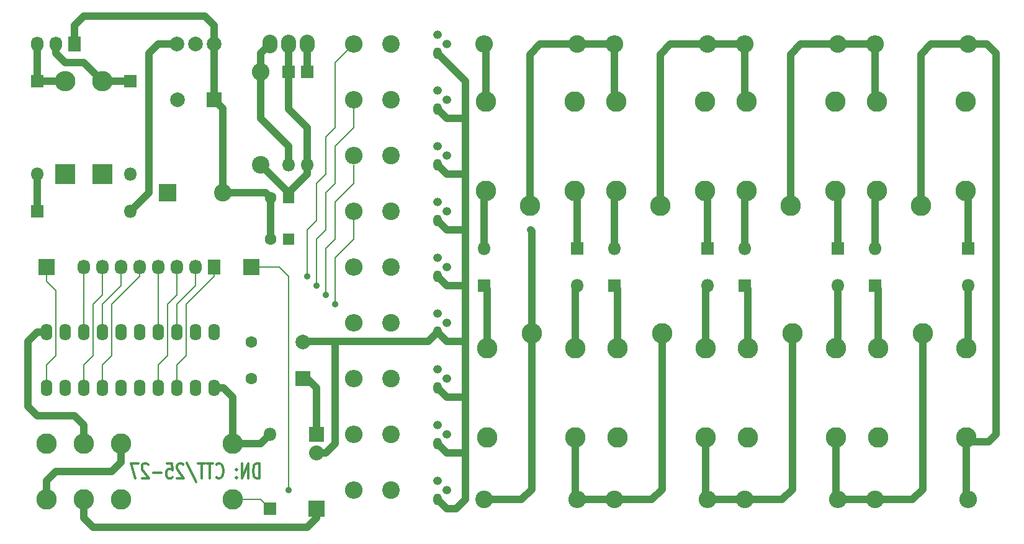
<source format=gbr>
G04 #@! TF.FileFunction,Copper,L2,Bot,Signal*
%FSLAX46Y46*%
G04 Gerber Fmt 4.6, Leading zero omitted, Abs format (unit mm)*
G04 Created by KiCad (PCBNEW 4.0.5+dfsg1-4+deb9u1) date Tue Sep 20 19:36:37 2022*
%MOMM*%
%LPD*%
G01*
G04 APERTURE LIST*
%ADD10C,0.100000*%
%ADD11C,0.304800*%
%ADD12R,1.800000X1.800000*%
%ADD13O,1.800000X1.800000*%
%ADD14R,2.800000X2.800000*%
%ADD15O,2.800000X2.800000*%
%ADD16R,2.235200X2.235200*%
%ADD17R,2.400000X2.400000*%
%ADD18C,2.400000*%
%ADD19R,1.600000X1.600000*%
%ADD20C,1.600000*%
%ADD21R,2.000000X2.000000*%
%ADD22C,2.000000*%
%ADD23O,2.032000X2.540000*%
%ADD24O,1.600000X2.300000*%
%ADD25C,1.998980*%
%ADD26C,2.800000*%
%ADD27O,1.200000X1.600000*%
%ADD28O,1.200000X1.200000*%
%ADD29O,2.400000X2.400000*%
%ADD30R,1.727200X2.032000*%
%ADD31O,1.727200X2.032000*%
%ADD32R,2.032000X2.032000*%
%ADD33O,2.032000X2.032000*%
%ADD34C,0.889000*%
%ADD35C,0.203200*%
%ADD36C,1.000760*%
G04 APERTURE END LIST*
D10*
D11*
X110308572Y-125379238D02*
X110308572Y-123347238D01*
X109945715Y-123347238D01*
X109728000Y-123444000D01*
X109582858Y-123637524D01*
X109510286Y-123831048D01*
X109437715Y-124218095D01*
X109437715Y-124508381D01*
X109510286Y-124895429D01*
X109582858Y-125088952D01*
X109728000Y-125282476D01*
X109945715Y-125379238D01*
X110308572Y-125379238D01*
X108784572Y-125379238D02*
X108784572Y-123347238D01*
X107913715Y-125379238D01*
X107913715Y-123347238D01*
X107188001Y-125185714D02*
X107115429Y-125282476D01*
X107188001Y-125379238D01*
X107260572Y-125282476D01*
X107188001Y-125185714D01*
X107188001Y-125379238D01*
X107188001Y-124121333D02*
X107115429Y-124218095D01*
X107188001Y-124314857D01*
X107260572Y-124218095D01*
X107188001Y-124121333D01*
X107188001Y-124314857D01*
X104430287Y-125185714D02*
X104502858Y-125282476D01*
X104720572Y-125379238D01*
X104865715Y-125379238D01*
X105083430Y-125282476D01*
X105228572Y-125088952D01*
X105301144Y-124895429D01*
X105373715Y-124508381D01*
X105373715Y-124218095D01*
X105301144Y-123831048D01*
X105228572Y-123637524D01*
X105083430Y-123444000D01*
X104865715Y-123347238D01*
X104720572Y-123347238D01*
X104502858Y-123444000D01*
X104430287Y-123540762D01*
X103994858Y-123347238D02*
X103124001Y-123347238D01*
X103559430Y-125379238D02*
X103559430Y-123347238D01*
X102833715Y-123347238D02*
X101962858Y-123347238D01*
X102398287Y-125379238D02*
X102398287Y-123347238D01*
X100366286Y-123250476D02*
X101672572Y-125863048D01*
X99930858Y-123540762D02*
X99858287Y-123444000D01*
X99713144Y-123347238D01*
X99350287Y-123347238D01*
X99205144Y-123444000D01*
X99132573Y-123540762D01*
X99060001Y-123734286D01*
X99060001Y-123927810D01*
X99132573Y-124218095D01*
X100003430Y-125379238D01*
X99060001Y-125379238D01*
X97681144Y-123347238D02*
X98406858Y-123347238D01*
X98479429Y-124314857D01*
X98406858Y-124218095D01*
X98261715Y-124121333D01*
X97898858Y-124121333D01*
X97753715Y-124218095D01*
X97681144Y-124314857D01*
X97608572Y-124508381D01*
X97608572Y-124992190D01*
X97681144Y-125185714D01*
X97753715Y-125282476D01*
X97898858Y-125379238D01*
X98261715Y-125379238D01*
X98406858Y-125282476D01*
X98479429Y-125185714D01*
X96955429Y-124605143D02*
X95794286Y-124605143D01*
X95141143Y-123540762D02*
X95068572Y-123444000D01*
X94923429Y-123347238D01*
X94560572Y-123347238D01*
X94415429Y-123444000D01*
X94342858Y-123540762D01*
X94270286Y-123734286D01*
X94270286Y-123927810D01*
X94342858Y-124218095D01*
X95213715Y-125379238D01*
X94270286Y-125379238D01*
X93762286Y-123347238D02*
X92746286Y-123347238D01*
X93399429Y-125379238D01*
D12*
X116840000Y-69850000D03*
D13*
X116840000Y-82550000D03*
D14*
X83820000Y-83820000D03*
D15*
X83820000Y-71120000D03*
D14*
X88900000Y-83820000D03*
D15*
X88900000Y-71120000D03*
D16*
X109220000Y-96520000D03*
D17*
X97790000Y-86360000D03*
D18*
X105290000Y-86360000D03*
D19*
X114300000Y-92710000D03*
D20*
X111800000Y-92710000D03*
D21*
X104140000Y-73660000D03*
D22*
X99140000Y-73660000D03*
D21*
X116205000Y-111760000D03*
D22*
X116205000Y-106760000D03*
D20*
X109220000Y-111760000D03*
X109220000Y-106760000D03*
D12*
X114300000Y-69850000D03*
D13*
X114300000Y-82550000D03*
D12*
X80010000Y-88900000D03*
D13*
X92710000Y-88900000D03*
D23*
X114300000Y-66040000D03*
X116840000Y-66040000D03*
X111760000Y-66040000D03*
D24*
X104140000Y-105410000D03*
X101600000Y-105410000D03*
X99060000Y-105410000D03*
X96520000Y-105410000D03*
X93980000Y-105410000D03*
X91440000Y-105410000D03*
X88900000Y-105410000D03*
X86360000Y-105410000D03*
X83820000Y-105410000D03*
X81280000Y-105410000D03*
X81280000Y-113030000D03*
X83820000Y-113030000D03*
X86360000Y-113030000D03*
X88900000Y-113030000D03*
X91440000Y-113030000D03*
X93980000Y-113030000D03*
X96520000Y-113030000D03*
X99060000Y-113030000D03*
X101600000Y-113030000D03*
X104140000Y-113030000D03*
D25*
X101600000Y-66040000D03*
X104140000Y-66040000D03*
X99060000Y-66040000D03*
D19*
X114300000Y-86995000D03*
D20*
X111800000Y-86995000D03*
D12*
X153670000Y-93980000D03*
D13*
X140970000Y-93980000D03*
D12*
X171450000Y-93980000D03*
D13*
X158750000Y-93980000D03*
D12*
X189230000Y-93980000D03*
D13*
X176530000Y-93980000D03*
D26*
X147193000Y-88138000D03*
X153289000Y-73914000D03*
X153289000Y-86106000D03*
X141224000Y-73914000D03*
X141224000Y-86106000D03*
X164973000Y-88138000D03*
X171069000Y-73914000D03*
X171069000Y-86106000D03*
X159004000Y-73914000D03*
X159004000Y-86106000D03*
X182753000Y-88138000D03*
X188849000Y-73914000D03*
X188849000Y-86106000D03*
X176784000Y-73914000D03*
X176784000Y-86106000D03*
D27*
X134620000Y-90170000D03*
D28*
X135890000Y-88900000D03*
X134620000Y-87630000D03*
D27*
X134620000Y-82550000D03*
D28*
X135890000Y-81280000D03*
X134620000Y-80010000D03*
D27*
X134620000Y-74930000D03*
D28*
X135890000Y-73660000D03*
X134620000Y-72390000D03*
D12*
X207010000Y-93980000D03*
D13*
X194310000Y-93980000D03*
D12*
X194310000Y-99060000D03*
D13*
X207010000Y-99060000D03*
D12*
X176530000Y-99060000D03*
D13*
X189230000Y-99060000D03*
D26*
X200533000Y-88138000D03*
X206629000Y-73914000D03*
X206629000Y-86106000D03*
X194564000Y-73914000D03*
X194564000Y-86106000D03*
X200787000Y-105537000D03*
X194691000Y-119761000D03*
X194691000Y-107569000D03*
X206756000Y-119761000D03*
X206756000Y-107569000D03*
X183007000Y-105537000D03*
X176911000Y-119761000D03*
X176911000Y-107569000D03*
X188976000Y-119761000D03*
X188976000Y-107569000D03*
D27*
X134620000Y-67310000D03*
D28*
X135890000Y-66040000D03*
X134620000Y-64770000D03*
D27*
X134620000Y-120650000D03*
D28*
X135890000Y-119380000D03*
X134620000Y-118110000D03*
D27*
X134620000Y-113030000D03*
D28*
X135890000Y-111760000D03*
X134620000Y-110490000D03*
D12*
X158750000Y-99060000D03*
D13*
X171450000Y-99060000D03*
D12*
X140970000Y-99060000D03*
D13*
X153670000Y-99060000D03*
D26*
X165227000Y-105537000D03*
X159131000Y-119761000D03*
X159131000Y-107569000D03*
X171196000Y-119761000D03*
X171196000Y-107569000D03*
X147447000Y-105537000D03*
X141351000Y-119761000D03*
X141351000Y-107569000D03*
X153416000Y-119761000D03*
X153416000Y-107569000D03*
D27*
X134620000Y-105410000D03*
D28*
X135890000Y-104140000D03*
X134620000Y-102870000D03*
D27*
X134620000Y-97790000D03*
D28*
X135890000Y-96520000D03*
X134620000Y-95250000D03*
D27*
X134620000Y-128270000D03*
D28*
X135890000Y-127000000D03*
X134620000Y-125730000D03*
D26*
X91440000Y-128270000D03*
X81280000Y-128270000D03*
X86360000Y-128270000D03*
X86360000Y-120650000D03*
X106680000Y-128270000D03*
X81280000Y-120650000D03*
X106680000Y-120650000D03*
X91440000Y-120650000D03*
D18*
X110490000Y-82550000D03*
D29*
X110490000Y-69850000D03*
D18*
X153670000Y-66040000D03*
D29*
X140970000Y-66040000D03*
D18*
X171450000Y-66040000D03*
D29*
X158750000Y-66040000D03*
D18*
X189230000Y-66040000D03*
D29*
X176530000Y-66040000D03*
D18*
X207010000Y-66040000D03*
D29*
X194310000Y-66040000D03*
D18*
X194310000Y-128270000D03*
D29*
X207010000Y-128270000D03*
D18*
X176530000Y-128270000D03*
D29*
X189230000Y-128270000D03*
D18*
X158750000Y-128270000D03*
D29*
X171450000Y-128270000D03*
D18*
X140970000Y-128270000D03*
D29*
X153670000Y-128270000D03*
D18*
X128270000Y-88900000D03*
D29*
X123190000Y-88900000D03*
D18*
X128270000Y-81280000D03*
D29*
X123190000Y-81280000D03*
D18*
X128270000Y-73660000D03*
D29*
X123190000Y-73660000D03*
D18*
X128270000Y-66040000D03*
D29*
X123190000Y-66040000D03*
D18*
X128270000Y-119380000D03*
D29*
X123190000Y-119380000D03*
D18*
X128270000Y-111760000D03*
D29*
X123190000Y-111760000D03*
D18*
X128270000Y-104140000D03*
D29*
X123190000Y-104140000D03*
D18*
X128270000Y-96520000D03*
D29*
X123190000Y-96520000D03*
D18*
X128270000Y-127000000D03*
D29*
X123190000Y-127000000D03*
D12*
X80010000Y-71120000D03*
D13*
X80010000Y-83820000D03*
D12*
X92710000Y-71120000D03*
D13*
X92710000Y-83820000D03*
D12*
X111760000Y-129540000D03*
D13*
X111760000Y-119380000D03*
D30*
X104140000Y-96520000D03*
D31*
X101600000Y-96520000D03*
X99060000Y-96520000D03*
X96520000Y-96520000D03*
X93980000Y-96520000D03*
X91440000Y-96520000D03*
X88900000Y-96520000D03*
X86360000Y-96520000D03*
D16*
X81280000Y-96520000D03*
X118110000Y-129540000D03*
D32*
X118110000Y-119380000D03*
D33*
X118110000Y-121920000D03*
D30*
X85090000Y-66040000D03*
D31*
X82550000Y-66040000D03*
X80010000Y-66040000D03*
D34*
X147320000Y-91440000D03*
X120650000Y-101600000D03*
X119380000Y-100330000D03*
X118110000Y-99060000D03*
X116840000Y-97790000D03*
X114300000Y-127000000D03*
D35*
X86360000Y-105410000D02*
X86360000Y-96520000D01*
X96520000Y-105410000D02*
X96520000Y-96520000D01*
D36*
X116840000Y-69850000D02*
X116840000Y-66040000D01*
X147447000Y-105537000D02*
X147447000Y-91567000D01*
X147447000Y-91567000D02*
X147320000Y-91440000D01*
X114300000Y-80010000D02*
X110490000Y-76200000D01*
X114300000Y-82550000D02*
X114300000Y-80010000D01*
X110490000Y-76200000D02*
X110490000Y-69850000D01*
X110490000Y-69850000D02*
X110490000Y-67310000D01*
X110490000Y-67310000D02*
X111760000Y-66040000D01*
X140970000Y-128270000D02*
X146050000Y-128270000D01*
X147447000Y-126873000D02*
X147447000Y-106172000D01*
X146050000Y-128270000D02*
X147447000Y-126873000D01*
X80010000Y-88900000D02*
X80010000Y-83820000D01*
X120650000Y-107950000D02*
X120650000Y-106680000D01*
X134620000Y-105410000D02*
X133350000Y-106680000D01*
X133350000Y-106680000D02*
X120650000Y-106680000D01*
X120650000Y-106680000D02*
X116285000Y-106680000D01*
X116285000Y-106680000D02*
X116205000Y-106760000D01*
X134620000Y-120650000D02*
X135890000Y-121920000D01*
X135890000Y-121920000D02*
X138430000Y-121920000D01*
X134620000Y-113030000D02*
X135890000Y-114300000D01*
X135890000Y-114300000D02*
X138430000Y-114300000D01*
X134620000Y-105410000D02*
X135890000Y-106680000D01*
X135890000Y-106680000D02*
X138430000Y-106680000D01*
X134620000Y-97790000D02*
X135890000Y-99060000D01*
X135890000Y-99060000D02*
X138430000Y-99060000D01*
X134620000Y-90170000D02*
X135890000Y-91440000D01*
X135890000Y-91440000D02*
X138430000Y-91440000D01*
X134620000Y-82550000D02*
X135890000Y-83820000D01*
X135890000Y-83820000D02*
X138430000Y-83820000D01*
X134620000Y-67310000D02*
X138430000Y-71120000D01*
X138430000Y-71120000D02*
X138430000Y-76200000D01*
X134620000Y-74930000D02*
X135890000Y-76200000D01*
X135890000Y-76200000D02*
X138430000Y-76200000D01*
X134620000Y-128270000D02*
X135890000Y-129540000D01*
X138430000Y-128270000D02*
X138430000Y-121920000D01*
X138430000Y-121920000D02*
X138430000Y-114300000D01*
X138430000Y-114300000D02*
X138430000Y-106680000D01*
X138430000Y-106680000D02*
X138430000Y-99060000D01*
X138430000Y-99060000D02*
X138430000Y-91440000D01*
X138430000Y-91440000D02*
X138430000Y-83820000D01*
X138430000Y-83820000D02*
X138430000Y-76200000D01*
X137160000Y-129540000D02*
X138430000Y-128270000D01*
X135890000Y-129540000D02*
X137160000Y-129540000D01*
X85090000Y-116840000D02*
X86360000Y-118110000D01*
X86360000Y-120650000D02*
X86360000Y-118110000D01*
X80010000Y-105410000D02*
X81280000Y-105410000D01*
X78740000Y-106680000D02*
X80010000Y-105410000D01*
X78740000Y-115570000D02*
X78740000Y-106680000D01*
X80010000Y-116840000D02*
X78740000Y-115570000D01*
X85090000Y-116840000D02*
X80010000Y-116840000D01*
X119380000Y-121920000D02*
X118110000Y-121920000D01*
X120650000Y-120650000D02*
X119380000Y-121920000D01*
X120650000Y-107950000D02*
X120650000Y-120650000D01*
X92710000Y-88900000D02*
X95250000Y-86360000D01*
X95250000Y-86360000D02*
X95250000Y-67310000D01*
X104140000Y-66040000D02*
X104140000Y-63500000D01*
X85090000Y-63500000D02*
X85090000Y-66040000D01*
X86360000Y-62230000D02*
X85090000Y-63500000D01*
X102870000Y-62230000D02*
X86360000Y-62230000D01*
X104140000Y-63500000D02*
X102870000Y-62230000D01*
X104140000Y-73660000D02*
X104140000Y-66040000D01*
X95250000Y-67310000D02*
X96520000Y-66040000D01*
D35*
X123190000Y-88900000D02*
X123190000Y-92710000D01*
X120650000Y-95250000D02*
X123190000Y-92710000D01*
X120650000Y-95250000D02*
X120650000Y-101600000D01*
X99060000Y-105410000D02*
X99060000Y-101600000D01*
X101600000Y-99060000D02*
X101600000Y-96520000D01*
X99060000Y-101600000D02*
X101600000Y-99060000D01*
X123190000Y-82550000D02*
X123190000Y-85090000D01*
X120650000Y-87630000D02*
X123190000Y-85090000D01*
X120650000Y-92710000D02*
X120650000Y-87630000D01*
X119380000Y-93980000D02*
X120650000Y-92710000D01*
X119380000Y-93980000D02*
X119380000Y-100330000D01*
X123190000Y-73660000D02*
X123190000Y-77470000D01*
X118110000Y-92710000D02*
X118110000Y-99060000D01*
X119380000Y-91440000D02*
X118110000Y-92710000D01*
X119380000Y-86360000D02*
X119380000Y-91440000D01*
X120650000Y-85090000D02*
X119380000Y-86360000D01*
X120650000Y-80010000D02*
X120650000Y-85090000D01*
X123190000Y-77470000D02*
X120650000Y-80010000D01*
X88900000Y-105410000D02*
X88900000Y-101600000D01*
X91440000Y-99060000D02*
X91440000Y-96520000D01*
X88900000Y-101600000D02*
X91440000Y-99060000D01*
X123190000Y-66040000D02*
X120650000Y-68580000D01*
X120650000Y-77470000D02*
X120650000Y-68580000D01*
X119380000Y-78740000D02*
X120650000Y-77470000D01*
X119380000Y-83820000D02*
X119380000Y-78740000D01*
X118110000Y-85090000D02*
X119380000Y-83820000D01*
X118110000Y-90170000D02*
X118110000Y-85090000D01*
X116840000Y-91440000D02*
X118110000Y-90170000D01*
X116840000Y-91440000D02*
X116840000Y-97790000D01*
X86360000Y-113030000D02*
X86360000Y-109855000D01*
X88900000Y-100330000D02*
X88900000Y-96520000D01*
X87630000Y-101600000D02*
X88900000Y-100330000D01*
X87630000Y-108585000D02*
X87630000Y-101600000D01*
X86360000Y-109855000D02*
X87630000Y-108585000D01*
X88900000Y-113030000D02*
X88900000Y-109855000D01*
X93980000Y-97790000D02*
X93980000Y-96520000D01*
X90170000Y-101600000D02*
X93980000Y-97790000D01*
X90170000Y-108585000D02*
X90170000Y-101600000D01*
X88900000Y-109855000D02*
X90170000Y-108585000D01*
X96520000Y-113030000D02*
X96520000Y-110490000D01*
X99060000Y-100330000D02*
X99060000Y-96520000D01*
X97790000Y-101600000D02*
X99060000Y-100330000D01*
X97790000Y-108585000D02*
X97790000Y-101600000D01*
X96520000Y-109855000D02*
X97790000Y-108585000D01*
X96520000Y-110490000D02*
X96520000Y-109855000D01*
X99060000Y-113030000D02*
X99060000Y-109855000D01*
X104140000Y-97790000D02*
X104140000Y-96520000D01*
X100330000Y-101600000D02*
X104140000Y-97790000D01*
X100330000Y-108585000D02*
X100330000Y-101600000D01*
X99060000Y-109855000D02*
X100330000Y-108585000D01*
D36*
X116205000Y-111760000D02*
X116840000Y-111760000D01*
X116840000Y-111760000D02*
X118110000Y-113030000D01*
X118110000Y-113030000D02*
X118110000Y-119380000D01*
X106680000Y-120650000D02*
X110490000Y-120650000D01*
X104140000Y-113030000D02*
X105410000Y-113030000D01*
X106680000Y-114300000D02*
X106680000Y-120650000D01*
X105410000Y-113030000D02*
X106680000Y-114300000D01*
X194310000Y-86360000D02*
X194564000Y-86106000D01*
X176530000Y-86360000D02*
X176784000Y-86106000D01*
X158750000Y-86360000D02*
X159004000Y-86106000D01*
X140970000Y-86360000D02*
X141224000Y-86106000D01*
X207010000Y-99060000D02*
X207010000Y-107950000D01*
X207010000Y-107950000D02*
X206756000Y-108204000D01*
X189230000Y-99060000D02*
X189230000Y-107950000D01*
X189230000Y-107950000D02*
X188976000Y-108204000D01*
X171196000Y-108204000D02*
X171196000Y-99314000D01*
X153416000Y-108204000D02*
X153416000Y-99314000D01*
X194691000Y-108204000D02*
X194691000Y-99441000D01*
X194691000Y-99441000D02*
X194310000Y-99060000D01*
X176911000Y-108204000D02*
X176911000Y-99441000D01*
X176911000Y-99441000D02*
X176530000Y-99060000D01*
D35*
X110490000Y-128270000D02*
X111760000Y-129540000D01*
D36*
X159131000Y-108204000D02*
X159131000Y-99441000D01*
X159131000Y-99441000D02*
X158750000Y-99060000D01*
X141351000Y-108204000D02*
X141351000Y-99441000D01*
X141351000Y-99441000D02*
X140970000Y-99060000D01*
X114300000Y-86995000D02*
X114300000Y-86360000D01*
X114300000Y-86360000D02*
X116840000Y-83820000D01*
X114300000Y-69850000D02*
X114300000Y-74930000D01*
X116840000Y-77470000D02*
X116840000Y-82550000D01*
X114300000Y-74930000D02*
X116840000Y-77470000D01*
X110490000Y-82550000D02*
X113665000Y-85725000D01*
X113665000Y-85725000D02*
X114300000Y-86360000D01*
X116840000Y-83820000D02*
X116840000Y-82550000D01*
X114300000Y-69850000D02*
X114300000Y-66040000D01*
X147193000Y-88138000D02*
X147193000Y-67437000D01*
X148590000Y-66040000D02*
X153670000Y-66040000D01*
X147193000Y-67437000D02*
X148590000Y-66040000D01*
X153670000Y-66040000D02*
X158750000Y-66040000D01*
X158750000Y-66040000D02*
X158750000Y-73660000D01*
X158750000Y-73660000D02*
X159004000Y-73914000D01*
X141224000Y-73914000D02*
X141224000Y-66294000D01*
X141224000Y-66294000D02*
X140970000Y-66040000D01*
X164973000Y-88138000D02*
X164973000Y-67437000D01*
X166370000Y-66040000D02*
X171450000Y-66040000D01*
X164973000Y-67437000D02*
X166370000Y-66040000D01*
X171450000Y-66040000D02*
X176530000Y-66040000D01*
X176530000Y-66040000D02*
X176530000Y-73660000D01*
X176530000Y-73660000D02*
X176784000Y-73914000D01*
X182753000Y-88138000D02*
X182753000Y-67437000D01*
X184150000Y-66040000D02*
X189230000Y-66040000D01*
X182753000Y-67437000D02*
X184150000Y-66040000D01*
X189230000Y-66040000D02*
X194310000Y-66040000D01*
X194310000Y-66040000D02*
X194310000Y-73660000D01*
X194310000Y-73660000D02*
X194564000Y-73914000D01*
D35*
X113030000Y-96520000D02*
X109220000Y-96520000D01*
X114300000Y-97790000D02*
X113030000Y-96520000D01*
X114300000Y-127000000D02*
X114300000Y-97790000D01*
D36*
X200533000Y-88138000D02*
X200533000Y-67437000D01*
X201930000Y-66040000D02*
X207010000Y-66040000D01*
X200533000Y-67437000D02*
X201930000Y-66040000D01*
X206756000Y-120396000D02*
X209804000Y-120396000D01*
X209550000Y-66040000D02*
X207010000Y-66040000D01*
X210820000Y-67310000D02*
X209550000Y-66040000D01*
X210820000Y-119380000D02*
X210820000Y-67310000D01*
X209804000Y-120396000D02*
X210820000Y-119380000D01*
X206756000Y-120396000D02*
X206756000Y-128016000D01*
X206756000Y-128016000D02*
X207010000Y-128270000D01*
X194310000Y-128270000D02*
X199390000Y-128270000D01*
X200787000Y-126873000D02*
X200787000Y-106172000D01*
X199390000Y-128270000D02*
X200787000Y-126873000D01*
X194310000Y-128270000D02*
X189230000Y-128270000D01*
X188976000Y-120396000D02*
X188976000Y-128016000D01*
X188976000Y-128016000D02*
X189230000Y-128270000D01*
X176530000Y-128270000D02*
X181610000Y-128270000D01*
X183007000Y-126873000D02*
X183007000Y-106172000D01*
X181610000Y-128270000D02*
X183007000Y-126873000D01*
X171450000Y-128270000D02*
X176530000Y-128270000D01*
X171196000Y-120396000D02*
X171196000Y-128016000D01*
X171196000Y-128016000D02*
X171450000Y-128270000D01*
X153670000Y-128270000D02*
X158750000Y-128270000D01*
X158750000Y-128270000D02*
X163830000Y-128270000D01*
X163830000Y-128270000D02*
X165227000Y-126873000D01*
X165227000Y-126873000D02*
X165227000Y-106172000D01*
X153416000Y-120396000D02*
X153416000Y-128016000D01*
X153416000Y-128016000D02*
X153670000Y-128270000D01*
X86360000Y-128270000D02*
X86360000Y-130810000D01*
X118110000Y-130810000D02*
X118110000Y-129540000D01*
X116840000Y-132080000D02*
X118110000Y-130810000D01*
X87630000Y-132080000D02*
X116840000Y-132080000D01*
X86360000Y-130810000D02*
X87630000Y-132080000D01*
X110490000Y-120650000D02*
X111760000Y-119380000D01*
D35*
X106680000Y-128270000D02*
X110490000Y-128270000D01*
D36*
X140970000Y-93980000D02*
X140970000Y-86360000D01*
X153670000Y-93980000D02*
X153670000Y-86487000D01*
X153670000Y-86487000D02*
X153289000Y-86106000D01*
X158750000Y-93980000D02*
X158750000Y-86360000D01*
X171450000Y-93980000D02*
X171450000Y-86487000D01*
X171450000Y-86487000D02*
X171069000Y-86106000D01*
X176530000Y-93980000D02*
X176530000Y-86360000D01*
X189230000Y-93980000D02*
X189230000Y-86487000D01*
X189230000Y-86487000D02*
X188849000Y-86106000D01*
X194310000Y-93980000D02*
X194310000Y-86360000D01*
X207010000Y-93980000D02*
X207010000Y-86487000D01*
X207010000Y-86487000D02*
X206629000Y-86106000D01*
X171196000Y-99314000D02*
X171450000Y-99060000D01*
X153416000Y-99314000D02*
X153670000Y-99060000D01*
X111800000Y-86995000D02*
X111800000Y-92710000D01*
X105290000Y-86360000D02*
X111165000Y-86360000D01*
X111165000Y-86360000D02*
X111800000Y-86995000D01*
X96520000Y-66040000D02*
X99060000Y-66040000D01*
X105290000Y-86360000D02*
X105290000Y-74810000D01*
X105290000Y-74810000D02*
X104140000Y-73660000D01*
X81280000Y-128270000D02*
X81280000Y-125730000D01*
X81280000Y-125730000D02*
X82550000Y-124460000D01*
X82550000Y-124460000D02*
X90170000Y-124460000D01*
X90170000Y-124460000D02*
X91440000Y-123190000D01*
X91440000Y-123190000D02*
X91440000Y-120650000D01*
X88900000Y-71120000D02*
X86360000Y-68580000D01*
X82550000Y-67310000D02*
X82550000Y-66040000D01*
X83820000Y-68580000D02*
X82550000Y-67310000D01*
X86360000Y-68580000D02*
X83820000Y-68580000D01*
X80010000Y-71120000D02*
X80010000Y-66040000D01*
X88900000Y-71120000D02*
X92710000Y-71120000D01*
X80010000Y-71120000D02*
X83820000Y-71120000D01*
D35*
X81280000Y-113030000D02*
X81280000Y-109855000D01*
X81280000Y-98425000D02*
X81280000Y-96520000D01*
X82550000Y-99695000D02*
X81280000Y-98425000D01*
X82550000Y-108585000D02*
X82550000Y-99695000D01*
X81280000Y-109855000D02*
X82550000Y-108585000D01*
M02*

</source>
